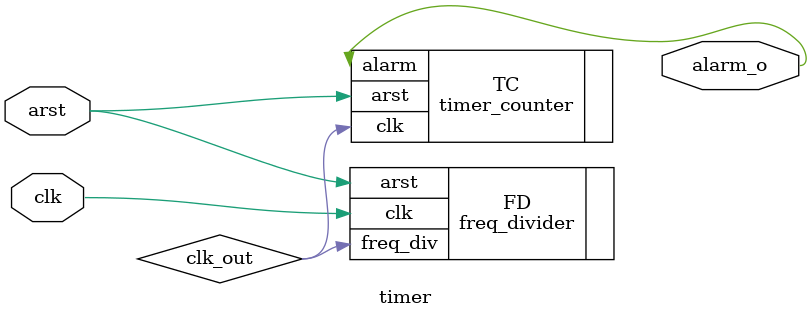
<source format=v>
`timescale 1ns / 1ps

module timer(
 input clk,
 input arst,
 output alarm_o
    );
    
    // wire declaration which acts as clock to timer.
    wire clk_out;
    
    // frequency divider which divides the frequency by 16.
    freq_divider FD(.clk(clk),.arst(arst),.freq_div(clk_out));
    
    
    // counter which gives the count of 10.
    timer_counter TC(.clk(clk_out),.arst(arst),.alarm(alarm_o));
    
endmodule

</source>
